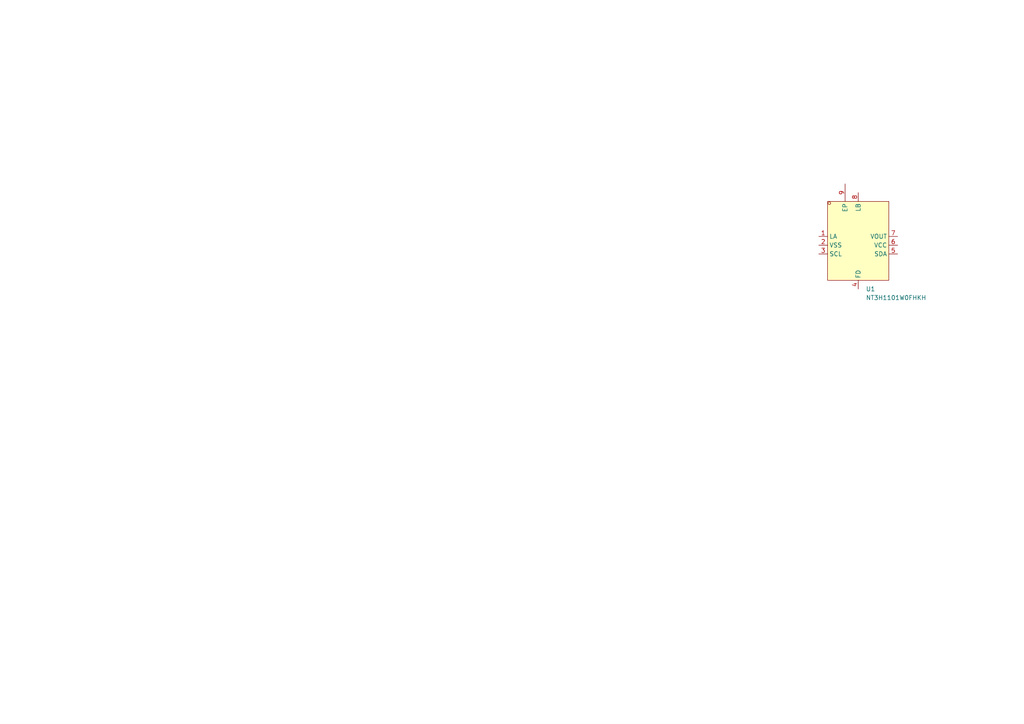
<source format=kicad_sch>
(kicad_sch (version 20231120) (generator "eeschema") (generator_version "8.0")
  (paper "A4")
  (lib_symbols
    (symbol "easyeda2kicad:NT3H1101W0FHKH"
      (property "Reference" "U" (at 0 20.32 0))
      (property "Value" "NT3H1101W0FHKH" (at 0 -20.32 0))
      (symbol "NT3H1101W0FHKH_0_1"
        (rectangle (start -8.89 10.16) (end 8.89 -12.7) (fill (type background)))
        (circle (center -8.38 9.65) (radius 0.38))
        (pin unspecified line (at -11.43 0 0) (length 2.54) (name "LA") (number "1"))
        (pin unspecified line (at -11.43 -2.54 0) (length 2.54) (name "VSS") (number "2"))
        (pin unspecified line (at -11.43 -5.08 0) (length 2.54) (name "SCL") (number "3"))
        (pin unspecified line (at 0 -15.24 90) (length 2.54) (name "FD") (number "4"))
        (pin unspecified line (at 11.43 -5.08 180) (length 2.54) (name "SDA") (number "5"))
        (pin unspecified line (at 11.43 -2.54 180) (length 2.54) (name "VCC") (number "6"))
        (pin unspecified line (at 11.43 0 180) (length 2.54) (name "VOUT") (number "7"))
        (pin unspecified line (at 0 12.7 270) (length 2.54) (name "LB") (number "8"))
        (pin unspecified line (at -3.81 15.24 270) (length 5.08) (name "EP") (number "9"))
      )
    )
  )
  (symbol (lib_id "easyeda2kicad:NT3H1101W0FHKH") (at 248.92 68.58 0) (unit 1)
    (property "Reference" "U1" (at 251.1141 83.82 0) (effects (justify left)))
    (property "Value" "NT3H1101W0FHKH" (at 251.1141 86.36 0) (effects (justify left)))
    (property "Footprint" "easyeda2kicad:XQFN-8_L1.6-W1.6-P0.50-BR" (effects (hide yes)))
    (property "Datasheet" "https://lcsc.com/product-detail/RF-Chips_NXP-Semicon_NT3H1101W0FHKH_NXP-Semicon-NT3H1101W0FHKH_C73156.html" (effects (hide yes)))
    (property "LCSC Part" "C73156" (effects (hide yes)))
  )
)
</source>
